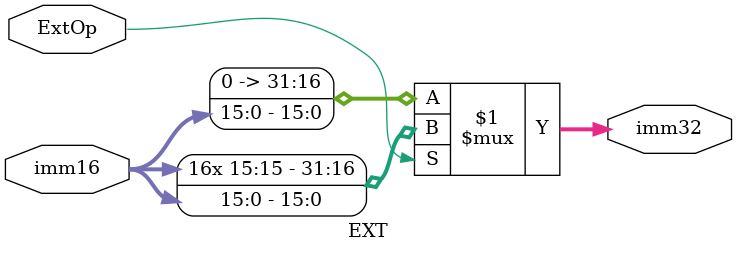
<source format=v>
`timescale 1ns / 1ps
module EXT(
	input [15:0] imm16,
	input ExtOp,
	output [31:0] imm32
    );
	 assign imm32 = ExtOp?{{16{imm16[15]}},imm16}:{{16{1'b0}},imm16};
	//extopÎª1µÄÊ±ºò·ûºÅÍØÕ¹
	//Îª0µÄÊ±ºò0ÍØÕ¹

endmodule

</source>
